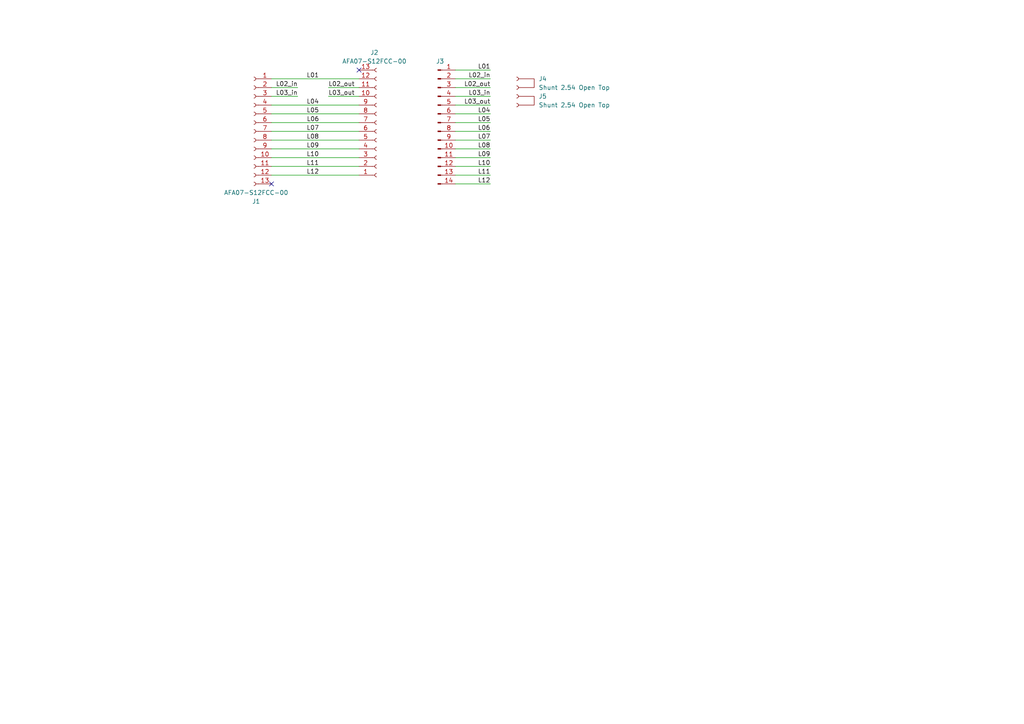
<source format=kicad_sch>
(kicad_sch (version 20250114) (generator "eeschema") (generator_version "9.0")
  (paper "A4")
  (lib_symbols
    (symbol "kicad_inventree_lib:AFA07-S12FCC-00" (pin_names (offset 1.016) (hide yes))
      (property "Reference" "J" (at 0 12.7 0))
      (property "Value" "AFA07-S12FCC-00" (at 0 -27.94 0))
      (symbol "AFA07-S12FCC-00_1_1"
        (polyline (pts (xy -1.27 10.16) (xy -0.508 10.16)) (stroke (width 0.1524)))
        (polyline (pts (xy -1.27 7.62) (xy -0.508 7.62)) (stroke (width 0.1524)))
        (polyline (pts (xy -1.27 5.08) (xy -0.508 5.08)) (stroke (width 0.1524)))
        (polyline (pts (xy -1.27 2.54) (xy -0.508 2.54)) (stroke (width 0.1524)))
        (polyline (pts (xy -1.27 0) (xy -0.508 0)) (stroke (width 0.1524)))
        (polyline (pts (xy -1.27 -2.54) (xy -0.508 -2.54)) (stroke (width 0.1524)))
        (polyline (pts (xy -1.27 -5.08) (xy -0.508 -5.08)) (stroke (width 0.1524)))
        (polyline (pts (xy -1.27 -7.62) (xy -0.508 -7.62)) (stroke (width 0.1524)))
        (polyline (pts (xy -1.27 -10.16) (xy -0.508 -10.16)) (stroke (width 0.1524)))
        (polyline (pts (xy -1.27 -12.7) (xy -0.508 -12.7)) (stroke (width 0.1524)))
        (polyline (pts (xy -1.27 -15.24) (xy -0.508 -15.24)) (stroke (width 0.1524)))
        (polyline (pts (xy -1.27 -17.78) (xy -0.508 -17.78)) (stroke (width 0.1524)))
        (polyline (pts (xy -1.27 -20.32) (xy -0.508 -20.32)) (stroke (width 0.1524)))
        (arc (start 0 9.652) (mid -0.5058 10.16) (end 0 10.668) (stroke (width 0.1524)))
        (arc (start 0 7.112) (mid -0.5058 7.62) (end 0 8.128) (stroke (width 0.1524)))
        (arc (start 0 4.572) (mid -0.5058 5.08) (end 0 5.588) (stroke (width 0.1524)))
        (arc (start 0 2.032) (mid -0.5058 2.54) (end 0 3.048) (stroke (width 0.1524)))
        (arc (start 0 -0.508) (mid -0.5058 0) (end 0 0.508) (stroke (width 0.1524)))
        (arc (start 0 -3.048) (mid -0.5058 -2.54) (end 0 -2.032) (stroke (width 0.1524)))
        (arc (start 0 -5.588) (mid -0.5058 -5.08) (end 0 -4.572) (stroke (width 0.1524)))
        (arc (start 0 -8.128) (mid -0.5058 -7.62) (end 0 -7.112) (stroke (width 0.1524)))
        (arc (start 0 -10.668) (mid -0.5058 -10.16) (end 0 -9.652) (stroke (width 0.1524)))
        (arc (start 0 -13.208) (mid -0.5058 -12.7) (end 0 -12.192) (stroke (width 0.1524)))
        (arc (start 0 -15.748) (mid -0.5058 -15.24) (end 0 -14.732) (stroke (width 0.1524)))
        (arc (start 0 -18.288) (mid -0.5058 -17.78) (end 0 -17.272) (stroke (width 0.1524)))
        (arc (start 0 -20.828) (mid -0.5058 -20.32) (end 0 -19.812) (stroke (width 0.1524)))
        (pin passive line (at -5.08 10.16 0) (length 3.81) (name "Pin_1") (number "1"))
        (pin passive line (at -5.08 7.62 0) (length 3.81) (name "Pin_2") (number "2"))
        (pin passive line (at -5.08 5.08 0) (length 3.81) (name "Pin_3") (number "3"))
        (pin passive line (at -5.08 2.54 0) (length 3.81) (name "Pin_4") (number "4"))
        (pin passive line (at -5.08 0 0) (length 3.81) (name "Pin_5") (number "5"))
        (pin passive line (at -5.08 -2.54 0) (length 3.81) (name "Pin_6") (number "6"))
        (pin passive line (at -5.08 -5.08 0) (length 3.81) (name "Pin_7") (number "7"))
        (pin passive line (at -5.08 -7.62 0) (length 3.81) (name "Pin_8") (number "8"))
        (pin passive line (at -5.08 -10.16 0) (length 3.81) (name "Pin_9") (number "9"))
        (pin passive line (at -5.08 -12.7 0) (length 3.81) (name "Pin_10") (number "10"))
        (pin passive line (at -5.08 -15.24 0) (length 3.81) (name "Pin_11") (number "11"))
        (pin passive line (at -5.08 -17.78 0) (length 3.81) (name "Pin_11") (number "12"))
        (pin passive line (at -5.08 -20.32 0) (length 3.81) (name "Pin_11") (number "13"))
      )
    )
    (symbol "kicad_inventree_lib:PinHeader_01x14_P2.54_SMD_straight" (pin_names (offset 1.016) (hide yes))
      (property "Reference" "J" (at 0 17.78 0))
      (property "Value" "PinHeader_01x14_P2.54_SMD_straight" (at 0 -20.32 0))
      (symbol "PinHeader_01x14_P2.54_SMD_straight_1_1"
        (rectangle (start 0.8636 15.367) (end 0 15.113) (stroke (width 0.1524)) (fill (type outline)))
        (rectangle (start 0.8636 12.827) (end 0 12.573) (stroke (width 0.1524)) (fill (type outline)))
        (rectangle (start 0.8636 10.287) (end 0 10.033) (stroke (width 0.1524)) (fill (type outline)))
        (rectangle (start 0.8636 7.747) (end 0 7.493) (stroke (width 0.1524)) (fill (type outline)))
        (rectangle (start 0.8636 5.207) (end 0 4.953) (stroke (width 0.1524)) (fill (type outline)))
        (rectangle (start 0.8636 2.667) (end 0 2.413) (stroke (width 0.1524)) (fill (type outline)))
        (rectangle (start 0.8636 0.127) (end 0 -0.127) (stroke (width 0.1524)) (fill (type outline)))
        (rectangle (start 0.8636 -2.413) (end 0 -2.667) (stroke (width 0.1524)) (fill (type outline)))
        (rectangle (start 0.8636 -4.953) (end 0 -5.207) (stroke (width 0.1524)) (fill (type outline)))
        (rectangle (start 0.8636 -7.493) (end 0 -7.747) (stroke (width 0.1524)) (fill (type outline)))
        (rectangle (start 0.8636 -10.033) (end 0 -10.287) (stroke (width 0.1524)) (fill (type outline)))
        (rectangle (start 0.8636 -12.573) (end 0 -12.827) (stroke (width 0.1524)) (fill (type outline)))
        (rectangle (start 0.8636 -15.113) (end 0 -15.367) (stroke (width 0.1524)) (fill (type outline)))
        (rectangle (start 0.8636 -17.653) (end 0 -17.907) (stroke (width 0.1524)) (fill (type outline)))
        (polyline (pts (xy 1.27 15.24) (xy 0.8636 15.24)) (stroke (width 0.1524)))
        (polyline (pts (xy 1.27 12.7) (xy 0.8636 12.7)) (stroke (width 0.1524)))
        (polyline (pts (xy 1.27 10.16) (xy 0.8636 10.16)) (stroke (width 0.1524)))
        (polyline (pts (xy 1.27 7.62) (xy 0.8636 7.62)) (stroke (width 0.1524)))
        (polyline (pts (xy 1.27 5.08) (xy 0.8636 5.08)) (stroke (width 0.1524)))
        (polyline (pts (xy 1.27 2.54) (xy 0.8636 2.54)) (stroke (width 0.1524)))
        (polyline (pts (xy 1.27 0) (xy 0.8636 0)) (stroke (width 0.1524)))
        (polyline (pts (xy 1.27 -2.54) (xy 0.8636 -2.54)) (stroke (width 0.1524)))
        (polyline (pts (xy 1.27 -5.08) (xy 0.8636 -5.08)) (stroke (width 0.1524)))
        (polyline (pts (xy 1.27 -7.62) (xy 0.8636 -7.62)) (stroke (width 0.1524)))
        (polyline (pts (xy 1.27 -10.16) (xy 0.8636 -10.16)) (stroke (width 0.1524)))
        (polyline (pts (xy 1.27 -12.7) (xy 0.8636 -12.7)) (stroke (width 0.1524)))
        (polyline (pts (xy 1.27 -15.24) (xy 0.8636 -15.24)) (stroke (width 0.1524)))
        (polyline (pts (xy 1.27 -17.78) (xy 0.8636 -17.78)) (stroke (width 0.1524)))
        (pin passive line (at 5.08 15.24 180) (length 3.81) (name "Pin_1") (number "1"))
        (pin passive line (at 5.08 12.7 180) (length 3.81) (name "Pin_2") (number "2"))
        (pin passive line (at 5.08 10.16 180) (length 3.81) (name "Pin_3") (number "3"))
        (pin passive line (at 5.08 7.62 180) (length 3.81) (name "Pin_4") (number "4"))
        (pin passive line (at 5.08 5.08 180) (length 3.81) (name "Pin_5") (number "5"))
        (pin passive line (at 5.08 2.54 180) (length 3.81) (name "Pin_6") (number "6"))
        (pin passive line (at 5.08 0 180) (length 3.81) (name "Pin_7") (number "7"))
        (pin passive line (at 5.08 -2.54 180) (length 3.81) (name "Pin_8") (number "8"))
        (pin passive line (at 5.08 -5.08 180) (length 3.81) (name "Pin_9") (number "9"))
        (pin passive line (at 5.08 -7.62 180) (length 3.81) (name "Pin_10") (number "10"))
        (pin passive line (at 5.08 -10.16 180) (length 3.81) (name "Pin_11") (number "11"))
        (pin passive line (at 5.08 -12.7 180) (length 3.81) (name "Pin_12") (number "12"))
        (pin passive line (at 5.08 -15.24 180) (length 3.81) (name "Pin_13") (number "13"))
        (pin passive line (at 5.08 -17.78 180) (length 3.81) (name "Pin_14") (number "14"))
      )
    )
    (symbol "kicad_inventree_lib:Shunt 2.54 Open Top" (on_board no)
      (property "Reference" "J" (at 0 0 0))
      (property "Value" "Shunt 2.54 Open Top" (at 0 0 0))
      (symbol "Shunt 2.54 Open Top_0_1"
        (polyline (pts (xy -0.508 -2.54) (xy -5.08 -2.54) (xy -5.08 -5.08) (xy -0.508 -5.08)))
      )
      (symbol "Shunt 2.54 Open Top_1_1"
        (arc (start -0.0022 -5.588) (mid -0.508 -5.08) (end -0.0022 -4.572) (stroke (width 0.1524)))
        (arc (start 0 -3.048) (mid -0.5058 -2.54) (end 0 -2.032) (stroke (width 0.1524)))
      )
    )
  )
  (no_connect (at 78.74 53.34))
  (no_connect (at 104.14 20.32))
  (wire (pts (xy 104.14 40.64) (xy 78.74 40.64)))
  (wire (pts (xy 104.14 30.48) (xy 78.74 30.48)))
  (wire (pts (xy 132.08 43.18) (xy 142.24 43.18)))
  (wire (pts (xy 132.08 50.8) (xy 142.24 50.8)))
  (wire (pts (xy 132.08 40.64) (xy 142.24 40.64)))
  (wire (pts (xy 104.14 45.72) (xy 78.74 45.72)))
  (wire (pts (xy 132.08 22.86) (xy 142.24 22.86)))
  (wire (pts (xy 132.08 53.34) (xy 142.24 53.34)))
  (wire (pts (xy 132.08 25.4) (xy 142.24 25.4)))
  (wire (pts (xy 95.25 27.94) (xy 104.14 27.94)))
  (wire (pts (xy 132.08 30.48) (xy 142.24 30.48)))
  (wire (pts (xy 104.14 33.02) (xy 78.74 33.02)))
  (wire (pts (xy 132.08 20.32) (xy 142.24 20.32)))
  (wire (pts (xy 104.14 35.56) (xy 78.74 35.56)))
  (wire (pts (xy 78.74 27.94) (xy 86.36 27.94)))
  (wire (pts (xy 132.08 38.1) (xy 142.24 38.1)))
  (wire (pts (xy 104.14 38.1) (xy 78.74 38.1)))
  (wire (pts (xy 104.14 22.86) (xy 78.74 22.86)))
  (wire (pts (xy 132.08 45.72) (xy 142.24 45.72)))
  (wire (pts (xy 95.25 25.4) (xy 104.14 25.4)))
  (wire (pts (xy 132.08 27.94) (xy 142.24 27.94)))
  (wire (pts (xy 104.14 43.18) (xy 78.74 43.18)))
  (wire (pts (xy 78.74 25.4) (xy 86.36 25.4)))
  (wire (pts (xy 78.74 50.8) (xy 104.14 50.8)))
  (wire (pts (xy 132.08 35.56) (xy 142.24 35.56)))
  (wire (pts (xy 78.74 48.26) (xy 104.14 48.26)))
  (wire (pts (xy 132.08 48.26) (xy 142.24 48.26)))
  (wire (pts (xy 132.08 33.02) (xy 142.24 33.02)))
  (label "L03_out" (at 142.24 30.48 180))
  (label "L08" (at 142.24 43.18 180))
  (label "L10" (at 142.24 48.26 180))
  (label "L03_in" (at 142.24 27.94 180))
  (label "L02_out" (at 142.24 25.4 180))
  (label "L07" (at 88.9 38.1 0))
  (label "L02_out" (at 95.25 25.4 0))
  (label "L11" (at 88.9 48.26 0))
  (label "L05" (at 142.24 35.56 180))
  (label "L08" (at 88.9 40.64 0))
  (label "L12" (at 142.24 53.34 180))
  (label "L06" (at 88.9385 35.56 0))
  (label "L06" (at 142.24 38.1 180))
  (label "L05" (at 88.9 33.02 0))
  (label "L03_in" (at 86.36 27.94 180))
  (label "L04" (at 88.9 30.48 0))
  (label "L03_out" (at 95.25 27.94 0))
  (label "L07" (at 142.24 40.64 180))
  (label "L09" (at 88.9 43.18 0))
  (label "L01" (at 88.9 22.86 0))
  (label "L09" (at 142.24 45.72 180))
  (label "L11" (at 142.24 50.8 180))
  (label "L01" (at 142.24 20.32 180))
  (label "L10" (at 88.9 45.72 0))
  (label "L02_in" (at 86.36 25.4 180))
  (label "L04" (at 142.24 33.02 180))
  (label "L12" (at 88.9 50.8 0))
  (label "L02_in" (at 142.24 22.86 180))
  (symbol (lib_id "kicad_inventree_lib:Shunt 2.54 Open Top") (at 149.86 20.32 0) (mirror y) (unit 1) (on_board no)
    (property "Reference" "J4" (at 156.21 22.8599 0) (effects (justify right)))
    (property "Value" "Shunt 2.54 Open Top" (at 156.21 25.3999 0) (effects (justify right)))
    (property "Datasheet" "http://inventree.network/part/25/" (effects (hide yes)))
    (property "part_ipn" "Shunt 2.54 Open Top" (effects (hide yes)))
  )
  (symbol (lib_id "kicad_inventree_lib:AFA07-S12FCC-00") (at 109.22 40.64 0) (mirror x) (unit 1)
    (property "Reference" "J2" (at 108.585 15.24 0))
    (property "Value" "AFA07-S12FCC-00" (at 108.585 17.78 0))
    (property "Footprint" "kicad_inventree_lib:CONN10_AFA07-S12_JUS" (effects (hide yes)))
    (property "Description" "Generic connector, single row, 01x10, script generated" (effects (hide yes)))
    (property "part_ipn" "AFA07-S12FCC-00" (effects (hide yes)))
  )
  (symbol (lib_id "kicad_inventree_lib:PinHeader_01x14_P2.54_SMD_straight") (at 127 35.56 0) (unit 1)
    (property "Reference" "J3" (at 127.635 17.78 0))
    (property "Value" "PinHeader_01x14_P2.54_SMD_straight" (effects (hide yes)))
    (property "Footprint" "Connector_PinHeader_2.54mm:PinHeader_1x14_P2.54mm_Vertical_SMD_Pin1Left" (effects (hide yes)))
    (property "Description" "Generic connector, single row, 01x14, script generated" (effects (hide yes)))
  )
  (symbol (lib_id "kicad_inventree_lib:AFA07-S12FCC-00") (at 73.66 33.02 0) (mirror y) (unit 1)
    (property "Reference" "J1" (at 74.295 58.42 0))
    (property "Value" "AFA07-S12FCC-00" (at 74.295 55.88 0))
    (property "Footprint" "kicad_inventree_lib:CONN10_AFA07-S12_JUS" (effects (hide yes)))
    (property "Description" "Generic connector, single row, 01x10, script generated" (effects (hide yes)))
    (property "part_ipn" "AFA07-S12FCC-00" (effects (hide yes)))
  )
  (symbol (lib_id "kicad_inventree_lib:Shunt 2.54 Open Top") (at 149.86 25.4 0) (mirror y) (unit 1) (on_board no)
    (property "Reference" "J5" (at 156.21 27.9399 0) (effects (justify right)))
    (property "Value" "Shunt 2.54 Open Top" (at 156.21 30.4799 0) (effects (justify right)))
    (property "Datasheet" "http://inventree.network/part/25/" (effects (hide yes)))
    (property "part_ipn" "Shunt 2.54 Open Top" (effects (hide yes)))
  )
)
</source>
